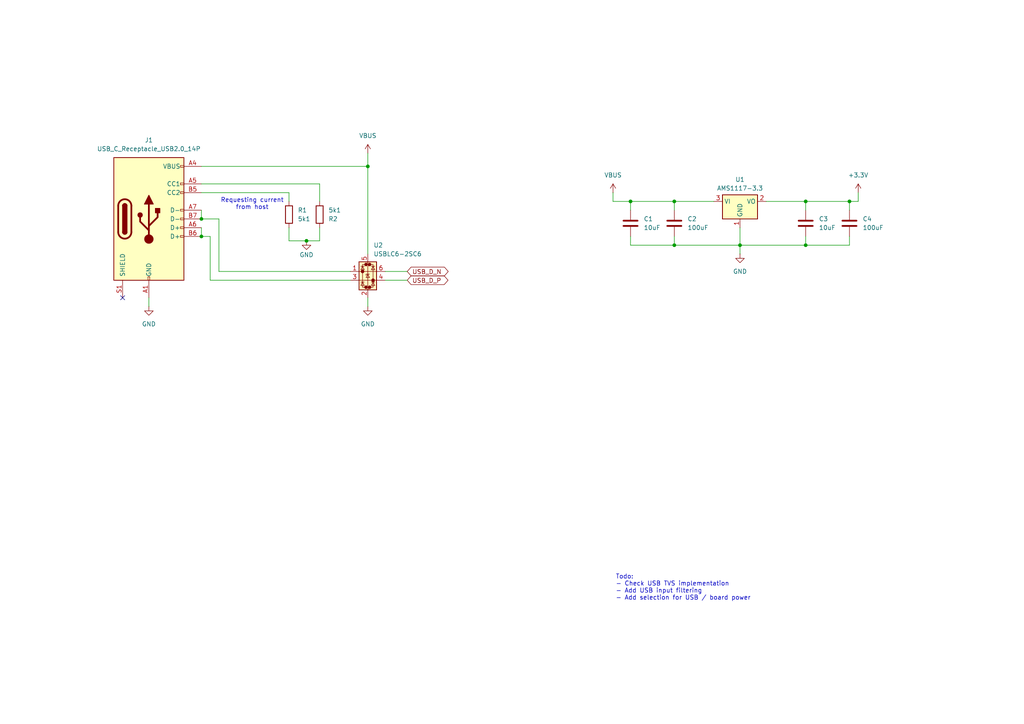
<source format=kicad_sch>
(kicad_sch (version 20231120) (generator "eeschema") (generator_version "8.0")
  (paper "A4")
  (lib_symbols
    (symbol "Connector:USB_C_Receptacle_USB2.0_14P" (pin_names (offset 1.016))
      (property "Reference" "J" (at 0 22.225 0))
      (property "Value" "USB_C_Receptacle_USB2.0_14P" (at 0 19.685 0))
      (symbol "USB_C_Receptacle_USB2.0_14P_0_0"
        (rectangle (start -0.254 -17.78) (end 0.254 -16.764))
        (rectangle (start 10.16 -4.826) (end 9.144 -5.334))
        (rectangle (start 10.16 -2.286) (end 9.144 -2.794))
        (rectangle (start 10.16 0.254) (end 9.144 -0.254))
        (rectangle (start 10.16 2.794) (end 9.144 2.286))
        (rectangle (start 10.16 7.874) (end 9.144 7.366))
        (rectangle (start 10.16 10.414) (end 9.144 9.906))
        (rectangle (start 10.16 15.494) (end 9.144 14.986))
      )
      (symbol "USB_C_Receptacle_USB2.0_14P_0_1"
        (rectangle (start -10.16 17.78) (end 10.16 -17.78) (stroke (width 0.254)) (fill (type background)))
        (arc (start -8.89 -3.81) (mid -6.985 -5.7067) (end -5.08 -3.81) (stroke (width 0.508)))
        (arc (start -7.62 -3.81) (mid -6.985 -4.4423) (end -6.35 -3.81) (stroke (width 0.254)))
        (arc (start -7.62 -3.81) (mid -6.985 -4.4423) (end -6.35 -3.81) (stroke (width 0.254)) (fill (type outline)))
        (rectangle (start -7.62 -3.81) (end -6.35 3.81) (stroke (width 0.254)) (fill (type outline)))
        (arc (start -6.35 3.81) (mid -6.985 4.4423) (end -7.62 3.81) (stroke (width 0.254)))
        (arc (start -6.35 3.81) (mid -6.985 4.4423) (end -7.62 3.81) (stroke (width 0.254)) (fill (type outline)))
        (arc (start -5.08 3.81) (mid -6.985 5.7067) (end -8.89 3.81) (stroke (width 0.508)))
        (circle (center -2.54 1.143) (radius 0.635) (stroke (width 0.254)) (fill (type outline)))
        (circle (center 0 -5.842) (radius 1.27) (fill (type outline)))
        (polyline (pts (xy -8.89 -3.81) (xy -8.89 3.81)) (stroke (width 0.508)))
        (polyline (pts (xy -5.08 3.81) (xy -5.08 -3.81)) (stroke (width 0.508)))
        (polyline (pts (xy 0 -5.842) (xy 0 4.318)) (stroke (width 0.508)))
        (polyline (pts (xy 0 -3.302) (xy -2.54 -0.762) (xy -2.54 0.508)) (stroke (width 0.508)))
        (polyline (pts (xy 0 -2.032) (xy 2.54 0.508) (xy 2.54 1.778)) (stroke (width 0.508)))
        (polyline (pts (xy -1.27 4.318) (xy 0 6.858) (xy 1.27 4.318) (xy -1.27 4.318)) (stroke (width 0.254)) (fill (type outline)))
        (rectangle (start 1.905 1.778) (end 3.175 3.048) (stroke (width 0.254)) (fill (type outline)))
      )
      (symbol "USB_C_Receptacle_USB2.0_14P_1_1"
        (pin passive line (at 0 -22.86 90) (length 5.08) (name "GND") (number "A1"))
        (pin passive line (at 0 -22.86 90) (length 5.08) hide (name "GND") (number "A12"))
        (pin passive line (at 15.24 15.24 180) (length 5.08) (name "VBUS") (number "A4"))
        (pin bidirectional line (at 15.24 10.16 180) (length 5.08) (name "CC1") (number "A5"))
        (pin bidirectional line (at 15.24 -2.54 180) (length 5.08) (name "D+") (number "A6"))
        (pin bidirectional line (at 15.24 2.54 180) (length 5.08) (name "D-") (number "A7"))
        (pin passive line (at 15.24 15.24 180) (length 5.08) hide (name "VBUS") (number "A9"))
        (pin passive line (at 0 -22.86 90) (length 5.08) hide (name "GND") (number "B1"))
        (pin passive line (at 0 -22.86 90) (length 5.08) hide (name "GND") (number "B12"))
        (pin passive line (at 15.24 15.24 180) (length 5.08) hide (name "VBUS") (number "B4"))
        (pin bidirectional line (at 15.24 7.62 180) (length 5.08) (name "CC2") (number "B5"))
        (pin bidirectional line (at 15.24 -5.08 180) (length 5.08) (name "D+") (number "B6"))
        (pin bidirectional line (at 15.24 0 180) (length 5.08) (name "D-") (number "B7"))
        (pin passive line (at 15.24 15.24 180) (length 5.08) hide (name "VBUS") (number "B9"))
        (pin passive line (at -7.62 -22.86 90) (length 5.08) (name "SHIELD") (number "S1"))
      )
    )
    (symbol "Device:C" (pin_numbers hide) (pin_names (offset 0.254))
      (property "Reference" "C" (at 0.635 2.54 0))
      (property "Value" "C" (at 0.635 -2.54 0))
      (symbol "C_0_1"
        (polyline (pts (xy -2.032 -0.762) (xy 2.032 -0.762)) (stroke (width 0.508)))
        (polyline (pts (xy -2.032 0.762) (xy 2.032 0.762)) (stroke (width 0.508)))
      )
      (symbol "C_1_1"
        (pin passive line (at 0 3.81 270) (length 2.794) (name "~") (number "1"))
        (pin passive line (at 0 -3.81 90) (length 2.794) (name "~") (number "2"))
      )
    )
    (symbol "Device:R" (pin_numbers hide) (pin_names (offset 0))
      (property "Reference" "R" (at 2.032 0 90))
      (property "Value" "R" (at 0 0 90))
      (symbol "R_0_1"
        (rectangle (start -1.016 -2.54) (end 1.016 2.54) (stroke (width 0.254)))
      )
      (symbol "R_1_1"
        (pin passive line (at 0 3.81 270) (length 1.27) (name "~") (number "1"))
        (pin passive line (at 0 -3.81 90) (length 1.27) (name "~") (number "2"))
      )
    )
    (symbol "Power_Protection:USBLC6-2SC6" (pin_names hide)
      (property "Reference" "U" (at 0.635 5.715 0))
      (property "Value" "USBLC6-2SC6" (at 0.635 3.81 0))
      (symbol "USBLC6-2SC6_0_0"
        (circle (center -1.524 0) (radius 0.0001) (stroke (width 0.508)))
        (circle (center -0.508 -4.572) (radius 0.0001) (stroke (width 0.508)))
        (circle (center -0.508 2.032) (radius 0.0001) (stroke (width 0.508)))
        (circle (center 0.508 -4.572) (radius 0.0001) (stroke (width 0.508)))
        (circle (center 0.508 2.032) (radius 0.0001) (stroke (width 0.508)))
        (circle (center 1.524 -2.54) (radius 0.0001) (stroke (width 0.508)))
      )
      (symbol "USBLC6-2SC6_0_1"
        (polyline (pts (xy -2.54 -2.54) (xy 2.54 -2.54)))
        (polyline (pts (xy -2.54 0) (xy 2.54 0)))
        (polyline (pts (xy -2.032 -3.048) (xy -1.016 -3.048)))
        (polyline (pts (xy -1.016 1.524) (xy -2.032 1.524)))
        (polyline (pts (xy 1.016 -3.048) (xy 2.032 -3.048)))
        (polyline (pts (xy 1.016 1.524) (xy 2.032 1.524)))
        (polyline (pts (xy -0.508 -1.143) (xy -0.508 -0.762) (xy 0.508 -0.762)))
        (polyline (pts (xy -2.032 0.508) (xy -1.016 0.508) (xy -1.524 1.524) (xy -2.032 0.508)))
        (polyline (pts (xy -1.016 -4.064) (xy -2.032 -4.064) (xy -1.524 -3.048) (xy -1.016 -4.064)))
        (polyline (pts (xy 0.508 -1.778) (xy -0.508 -1.778) (xy 0 -0.762) (xy 0.508 -1.778)))
        (polyline (pts (xy 2.032 -4.064) (xy 1.016 -4.064) (xy 1.524 -3.048) (xy 2.032 -4.064)))
        (polyline (pts (xy 2.032 0.508) (xy 1.016 0.508) (xy 1.524 1.524) (xy 2.032 0.508)))
        (polyline (pts (xy 0 2.54) (xy -0.508 2.032) (xy 0.508 2.032) (xy 0 1.524) (xy 0 -4.064) (xy -0.508 -4.572) (xy 0.508 -4.572) (xy 0 -5.08)))
      )
      (symbol "USBLC6-2SC6_1_1"
        (rectangle (start -2.54 2.794) (end 2.54 -5.334) (stroke (width 0.254)) (fill (type background)))
        (polyline (pts (xy -0.508 2.032) (xy -1.524 2.032) (xy -1.524 -4.572) (xy -0.508 -4.572)))
        (polyline (pts (xy 0.508 -4.572) (xy 1.524 -4.572) (xy 1.524 2.032) (xy 0.508 2.032)))
        (pin passive line (at -5.08 0 0) (length 2.54) (name "I/O1") (number "1"))
        (pin passive line (at 0 -7.62 90) (length 2.54) (name "GND") (number "2"))
        (pin passive line (at -5.08 -2.54 0) (length 2.54) (name "I/O2") (number "3"))
        (pin passive line (at 5.08 -2.54 180) (length 2.54) (name "I/O2") (number "4"))
        (pin passive line (at 0 5.08 270) (length 2.54) (name "VBUS") (number "5"))
        (pin passive line (at 5.08 0 180) (length 2.54) (name "I/O1") (number "6"))
      )
    )
    (symbol "Regulator_Linear:AMS1117-3.3"
      (property "Reference" "U" (at -3.81 3.175 0))
      (property "Value" "AMS1117-3.3" (at 0 3.175 0))
      (symbol "AMS1117-3.3_0_1"
        (rectangle (start -5.08 -5.08) (end 5.08 1.905) (stroke (width 0.254)) (fill (type background)))
      )
      (symbol "AMS1117-3.3_1_1"
        (pin power_in line (at 0 -7.62 90) (length 2.54) (name "GND") (number "1"))
        (pin power_out line (at 7.62 0 180) (length 2.54) (name "VO") (number "2"))
        (pin power_in line (at -7.62 0 0) (length 2.54) (name "VI") (number "3"))
      )
    )
    (symbol "power:+3.3V" (power) (pin_numbers hide) (pin_names (offset 0) hide)
      (property "Value" "+3.3V" (at 0 3.556 0))
      (symbol "+3.3V_0_1"
        (polyline (pts (xy -0.762 1.27) (xy 0 2.54)))
        (polyline (pts (xy 0 0) (xy 0 2.54)))
        (polyline (pts (xy 0 2.54) (xy 0.762 1.27)))
      )
      (symbol "+3.3V_1_1"
        (pin power_in line (at 0 0 90) (length 0) (name "~") (number "1"))
      )
    )
    (symbol "power:GND" (power) (pin_numbers hide) (pin_names (offset 0) hide)
      (property "Value" "GND" (at 0 -3.81 0))
      (symbol "GND_0_1"
        (polyline (pts (xy 0 0) (xy 0 -1.27) (xy 1.27 -1.27) (xy 0 -2.54) (xy -1.27 -1.27) (xy 0 -1.27)))
      )
      (symbol "GND_1_1"
        (pin power_in line (at 0 0 270) (length 0) (name "~") (number "1"))
      )
    )
    (symbol "power:VBUS" (power) (pin_numbers hide) (pin_names (offset 0) hide)
      (property "Value" "VBUS" (at 0 3.556 0))
      (symbol "VBUS_0_1"
        (polyline (pts (xy -0.762 1.27) (xy 0 2.54)))
        (polyline (pts (xy 0 0) (xy 0 2.54)))
        (polyline (pts (xy 0 2.54) (xy 0.762 1.27)))
      )
      (symbol "VBUS_1_1"
        (pin power_in line (at 0 0 90) (length 0) (name "~") (number "1"))
      )
    )
  )
  (junction (at 182.88 58.42))
  (junction (at 246.38 58.42))
  (junction (at 233.68 58.42))
  (junction (at 106.68 48.26))
  (junction (at 58.42 68.58))
  (junction (at 214.63 71.12))
  (junction (at 195.58 71.12))
  (junction (at 58.42 63.5))
  (junction (at 195.58 58.42))
  (junction (at 88.9 69.85))
  (junction (at 233.68 71.12))
  (no_connect (at 35.56 86.36))
  (wire (pts (xy 58.42 60.96) (xy 58.42 63.5)))
  (wire (pts (xy 195.58 58.42) (xy 207.01 58.42)))
  (wire (pts (xy 92.71 66.04) (xy 92.71 69.85)))
  (wire (pts (xy 182.88 68.58) (xy 182.88 71.12)))
  (wire (pts (xy 182.88 58.42) (xy 195.58 58.42)))
  (wire (pts (xy 63.5 63.5) (xy 63.5 78.74)))
  (wire (pts (xy 182.88 71.12) (xy 195.58 71.12)))
  (wire (pts (xy 58.42 68.58) (xy 60.96 68.58)))
  (wire (pts (xy 106.68 48.26) (xy 106.68 73.66)))
  (wire (pts (xy 195.58 68.58) (xy 195.58 71.12)))
  (wire (pts (xy 92.71 69.85) (xy 88.9 69.85)))
  (wire (pts (xy 63.5 78.74) (xy 101.6 78.74)))
  (wire (pts (xy 214.63 73.66) (xy 214.63 71.12)))
  (wire (pts (xy 182.88 58.42) (xy 177.8 58.42)))
  (wire (pts (xy 233.68 68.58) (xy 233.68 71.12)))
  (wire (pts (xy 233.68 58.42) (xy 233.68 60.96)))
  (wire (pts (xy 214.63 66.04) (xy 214.63 71.12)))
  (wire (pts (xy 222.25 58.42) (xy 233.68 58.42)))
  (wire (pts (xy 60.96 68.58) (xy 60.96 81.28)))
  (wire (pts (xy 246.38 71.12) (xy 246.38 68.58)))
  (wire (pts (xy 106.68 86.36) (xy 106.68 88.9)))
  (wire (pts (xy 195.58 58.42) (xy 195.58 60.96)))
  (wire (pts (xy 58.42 55.88) (xy 83.82 55.88)))
  (wire (pts (xy 106.68 44.45) (xy 106.68 48.26)))
  (wire (pts (xy 233.68 71.12) (xy 246.38 71.12)))
  (wire (pts (xy 58.42 63.5) (xy 63.5 63.5)))
  (wire (pts (xy 58.42 66.04) (xy 58.42 68.58)))
  (wire (pts (xy 177.8 58.42) (xy 177.8 55.88)))
  (wire (pts (xy 246.38 58.42) (xy 246.38 60.96)))
  (wire (pts (xy 58.42 53.34) (xy 92.71 53.34)))
  (wire (pts (xy 248.92 55.88) (xy 248.92 58.42)))
  (wire (pts (xy 182.88 58.42) (xy 182.88 60.96)))
  (wire (pts (xy 111.76 78.74) (xy 118.11 78.74)))
  (wire (pts (xy 58.42 48.26) (xy 106.68 48.26)))
  (wire (pts (xy 60.96 81.28) (xy 101.6 81.28)))
  (wire (pts (xy 83.82 55.88) (xy 83.82 58.42)))
  (wire (pts (xy 195.58 71.12) (xy 214.63 71.12)))
  (wire (pts (xy 233.68 58.42) (xy 246.38 58.42)))
  (wire (pts (xy 214.63 71.12) (xy 233.68 71.12)))
  (wire (pts (xy 92.71 53.34) (xy 92.71 58.42)))
  (wire (pts (xy 83.82 66.04) (xy 83.82 69.85)))
  (wire (pts (xy 248.92 58.42) (xy 246.38 58.42)))
  (wire (pts (xy 43.18 86.36) (xy 43.18 88.9)))
  (wire (pts (xy 111.76 81.28) (xy 118.11 81.28)))
  (wire (pts (xy 83.82 69.85) (xy 88.9 69.85)))
  (text "Requesting current\nfrom host" (at 73.152 59.182 0) (effects (font (size 1.27 1.27))))
  (text "Todo:\n- Check USB TVS implementation\n- Add USB input filtering\n- Add selection for USB / board power" (at 178.562 170.434 0) (effects (font (size 1.27 1.27)) (justify left)))
  (global_label "USB_D_P" (shape bidirectional) (at 118.11 81.28 0) (property "Intersheetrefs" "${INTERSHEET_REFS}" (effects (hide yes))))
  (global_label "USB_D_N" (shape bidirectional) (at 118.11 78.74 0) (property "Intersheetrefs" "${INTERSHEET_REFS}" (effects (hide yes))))
  (symbol (lib_id "power:GND") (at 88.9 69.85 0) (unit 1)
    (property "Reference" "#PWR03" (effects (hide yes)))
    (property "Value" "GND" (at 88.9 73.914 0))
    (property "Description" "Power symbol creates a global label with name \"GND\" , ground" (effects (hide yes)))
  )
  (symbol (lib_id "power:VBUS") (at 177.8 55.88 0) (unit 1)
    (property "Reference" "#PWR06" (effects (hide yes)))
    (property "Value" "VBUS" (at 177.8 50.8 0))
    (property "Description" "Power symbol creates a global label with name \"VBUS\"" (effects (hide yes)))
  )
  (symbol (lib_id "power:+3.3V") (at 248.92 55.88 0) (unit 1)
    (property "Reference" "#PWR07" (effects (hide yes)))
    (property "Value" "+3.3V" (at 248.92 50.8 0))
    (property "Description" "Power symbol creates a global label with name \"+3.3V\"" (effects (hide yes)))
  )
  (symbol (lib_id "power:GND") (at 214.63 73.66 0) (unit 1)
    (property "Reference" "#PWR01" (effects (hide yes)))
    (property "Value" "GND" (at 214.63 78.74 0))
    (property "Description" "Power symbol creates a global label with name \"GND\" , ground" (effects (hide yes)))
  )
  (symbol (lib_id "Device:C") (at 246.38 64.77 0) (unit 1)
    (property "Reference" "C4" (at 250.19 63.4999 0) (effects (justify left)))
    (property "Value" "100uF" (at 250.19 66.0399 0) (effects (justify left)))
    (property "Description" "Unpolarized capacitor" (effects (hide yes)))
  )
  (symbol (lib_id "Device:C") (at 195.58 64.77 0) (unit 1)
    (property "Reference" "C2" (at 199.39 63.4999 0) (effects (justify left)))
    (property "Value" "100uF" (at 199.39 66.0399 0) (effects (justify left)))
    (property "Description" "Unpolarized capacitor" (effects (hide yes)))
  )
  (symbol (lib_id "Power_Protection:USBLC6-2SC6") (at 106.68 78.74 0) (unit 1)
    (property "Reference" "U2" (at 108.3311 71.12 0) (effects (justify left)))
    (property "Value" "USBLC6-2SC6" (at 108.3311 73.66 0) (effects (justify left)))
    (property "Footprint" "Package_TO_SOT_SMD:SOT-23-6" (effects (hide yes)))
    (property "Datasheet" "https://www.st.com/resource/en/datasheet/usblc6-2.pdf" (effects (hide yes)))
    (property "Description" "Very low capacitance ESD protection diode, 2 data-line, SOT-23-6" (effects (hide yes)))
  )
  (symbol (lib_id "power:VBUS") (at 106.68 44.45 0) (unit 1)
    (property "Reference" "#PWR04" (effects (hide yes)))
    (property "Value" "VBUS" (at 106.68 39.37 0))
    (property "Description" "Power symbol creates a global label with name \"VBUS\"" (effects (hide yes)))
  )
  (symbol (lib_id "Device:R") (at 83.82 62.23 0) (unit 1)
    (property "Reference" "R1" (at 86.36 60.9599 0) (effects (justify left)))
    (property "Value" "5k1" (at 86.36 63.4999 0) (effects (justify left)))
    (property "Description" "Resistor" (effects (hide yes)))
  )
  (symbol (lib_id "Connector:USB_C_Receptacle_USB2.0_14P") (at 43.18 63.5 0) (unit 1)
    (property "Reference" "J1" (at 43.18 40.64 0))
    (property "Value" "USB_C_Receptacle_USB2.0_14P" (at 43.18 43.18 0))
    (property "Datasheet" "https://www.usb.org/sites/default/files/documents/usb_type-c.zip" (effects (hide yes)))
    (property "Description" "USB 2.0-only 14P Type-C Receptacle connector" (effects (hide yes)))
  )
  (symbol (lib_id "Device:R") (at 92.71 62.23 0) (mirror x) (unit 1)
    (property "Reference" "R2" (at 95.25 63.5001 0) (effects (justify left)))
    (property "Value" "5k1" (at 95.25 60.9601 0) (effects (justify left)))
    (property "Description" "Resistor" (effects (hide yes)))
  )
  (symbol (lib_id "Device:C") (at 182.88 64.77 0) (unit 1)
    (property "Reference" "C1" (at 186.69 63.4999 0) (effects (justify left)))
    (property "Value" "10uF" (at 186.69 66.0399 0) (effects (justify left)))
    (property "Description" "Unpolarized capacitor" (effects (hide yes)))
  )
  (symbol (lib_id "power:GND") (at 106.68 88.9 0) (unit 1)
    (property "Reference" "#PWR05" (effects (hide yes)))
    (property "Value" "GND" (at 106.68 93.98 0))
    (property "Description" "Power symbol creates a global label with name \"GND\" , ground" (effects (hide yes)))
  )
  (symbol (lib_id "power:GND") (at 43.18 88.9 0) (unit 1)
    (property "Reference" "#PWR02" (effects (hide yes)))
    (property "Value" "GND" (at 43.18 93.98 0))
    (property "Description" "Power symbol creates a global label with name \"GND\" , ground" (effects (hide yes)))
  )
  (symbol (lib_id "Regulator_Linear:AMS1117-3.3") (at 214.63 58.42 0) (unit 1)
    (property "Reference" "U1" (at 214.63 52.07 0))
    (property "Value" "AMS1117-3.3" (at 214.63 54.61 0))
    (property "Footprint" "Package_TO_SOT_SMD:SOT-223-3_TabPin2" (effects (hide yes)))
    (property "Datasheet" "http://www.advanced-monolithic.com/pdf/ds1117.pdf" (effects (hide yes)))
    (property "Description" "1A Low Dropout regulator, positive, 3.3V fixed output, SOT-223" (effects (hide yes)))
  )
  (symbol (lib_id "Device:C") (at 233.68 64.77 0) (unit 1)
    (property "Reference" "C3" (at 237.49 63.4999 0) (effects (justify left)))
    (property "Value" "10uF" (at 237.49 66.0399 0) (effects (justify left)))
    (property "Description" "Unpolarized capacitor" (effects (hide yes)))
  )
)
</source>
